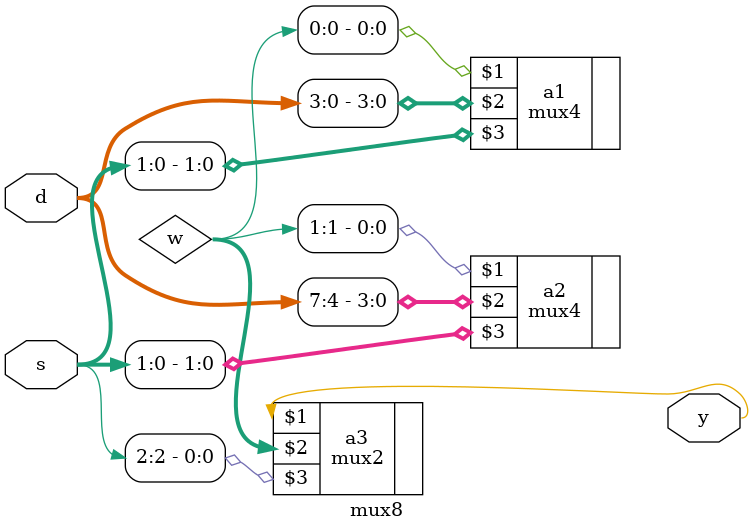
<source format=v>
`include "MUX4.v"
module mux8(y,d,s);
input [7:0]d;
input [2:0]s;
output y;
wire [1:0]w;
mux4 a1(w[0],d[3:0],s[1:0]);
mux4 a2(w[1],d[7:4],s[1:0]);
mux2 a3(y,w[1:0],s[2]);
endmodule

</source>
